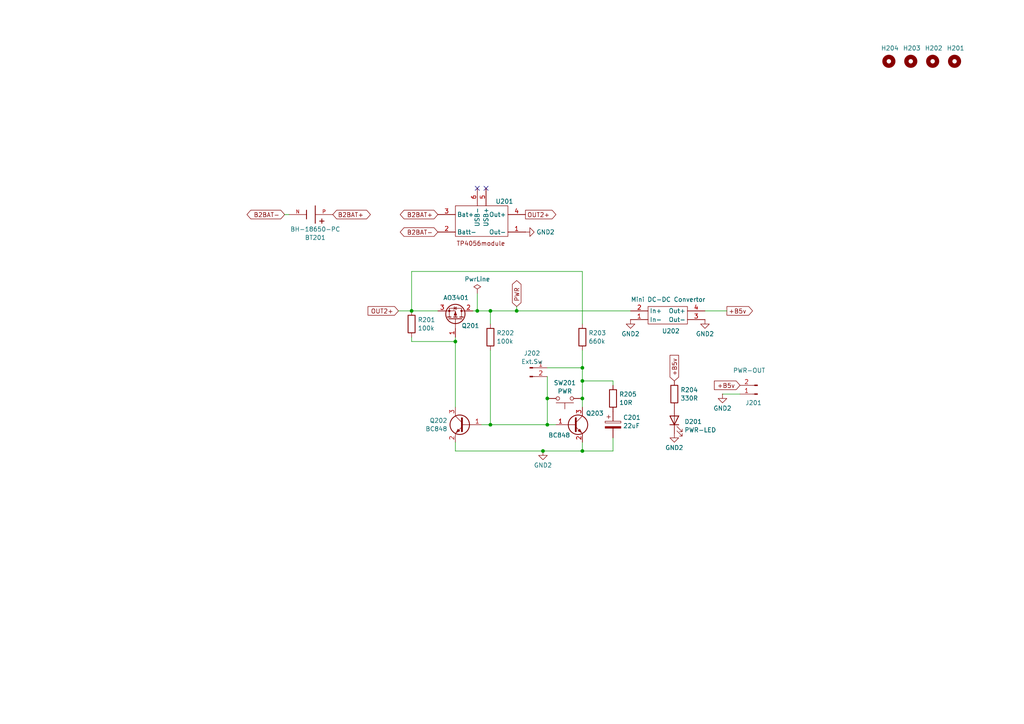
<source format=kicad_sch>
(kicad_sch (version 20250114) (generator "eeschema") (generator_version "9.0")
  (paper "A4")
  (title_block (title "handheldAerosolSensor") (date "2026-02-14") (rev "1") (company "By Willem Aandewiel"))
  (lib_symbols
    (symbol "Connector:Conn_01x02_Pin" (pin_names (offset 1.016) (hide yes))
      (property "Reference" "J" (at 0 2.54 0))
      (property "Value" "Conn_01x02_Pin" (at 0 -5.08 0))
      (symbol "Conn_01x02_Pin_1_1"
        (rectangle (start 0.8636 0.127) (end 0 -0.127) (stroke (width 0.1524)) (fill (type outline)))
        (rectangle (start 0.8636 -2.413) (end 0 -2.667) (stroke (width 0.1524)) (fill (type outline)))
        (polyline (pts (xy 1.27 0) (xy 0.8636 0)) (stroke (width 0.1524)))
        (polyline (pts (xy 1.27 -2.54) (xy 0.8636 -2.54)) (stroke (width 0.1524)))
        (pin passive line (at 5.08 0 180) (length 3.81) (name "Pin_1") (number "1"))
        (pin passive line (at 5.08 -2.54 180) (length 3.81) (name "Pin_2") (number "2"))
      )
    )
    (symbol "Device:C_Polarized" (pin_numbers (hide yes)) (pin_names (offset 0.254))
      (property "Reference" "C" (at 0.635 2.54 0))
      (property "Value" "C_Polarized" (at 0.635 -2.54 0))
      (symbol "C_Polarized_0_1"
        (rectangle (start -2.286 0.508) (end 2.286 1.016))
        (polyline (pts (xy -1.778 2.286) (xy -0.762 2.286)))
        (polyline (pts (xy -1.27 2.794) (xy -1.27 1.778)))
        (rectangle (start 2.286 -0.508) (end -2.286 -1.016) (fill (type outline)))
      )
      (symbol "C_Polarized_1_1"
        (pin passive line (at 0 3.81 270) (length 2.794) (name "~") (number "1"))
        (pin passive line (at 0 -3.81 90) (length 2.794) (name "~") (number "2"))
      )
    )
    (symbol "Device:LED" (pin_numbers (hide yes)) (pin_names (offset 1.016) (hide yes))
      (property "Reference" "D" (at 0 2.54 0))
      (property "Value" "LED" (at 0 -2.54 0))
      (symbol "LED_0_1"
        (polyline (pts (xy -3.048 -0.762) (xy -4.572 -2.286) (xy -3.81 -2.286) (xy -4.572 -2.286) (xy -4.572 -1.524)))
        (polyline (pts (xy -1.778 -0.762) (xy -3.302 -2.286) (xy -2.54 -2.286) (xy -3.302 -2.286) (xy -3.302 -1.524)))
        (polyline (pts (xy -1.27 0) (xy 1.27 0)))
        (polyline (pts (xy -1.27 -1.27) (xy -1.27 1.27)) (stroke (width 0.254)))
        (polyline (pts (xy 1.27 -1.27) (xy 1.27 1.27) (xy -1.27 0) (xy 1.27 -1.27)) (stroke (width 0.254)))
      )
      (symbol "LED_1_1"
        (pin passive line (at -3.81 0 0) (length 2.54) (name "K") (number "1"))
        (pin passive line (at 3.81 0 180) (length 2.54) (name "A") (number "2"))
      )
    )
    (symbol "Device:R" (pin_numbers (hide yes)) (pin_names (offset 0))
      (property "Reference" "R" (at 2.032 0 90))
      (property "Value" "R" (at 0 0 90))
      (symbol "R_0_1"
        (rectangle (start -1.016 -2.54) (end 1.016 2.54) (stroke (width 0.254)))
      )
      (symbol "R_1_1"
        (pin passive line (at 0 3.81 270) (length 1.27) (name "~") (number "1"))
        (pin passive line (at 0 -3.81 90) (length 1.27) (name "~") (number "2"))
      )
    )
    (symbol "Mechanical:MountingHole" (pin_names (offset 1.016)) (in_bom no)
      (property "Reference" "H" (at 0 5.08 0))
      (property "Value" "MountingHole" (at 0 3.175 0))
      (symbol "MountingHole_0_1"
        (circle (center 0 0) (radius 1.27) (stroke (width 1.27)))
      )
    )
    (symbol "MyNewLibrary:BH-18650-PC" (pin_names (offset 1.016))
      (property "Reference" "BT" (at -3.81 3.81 0))
      (property "Value" "BH-18650-PC" (at -3.81 -5.08 0))
      (symbol "BH-18650-PC_0_0"
        (polyline (pts (xy -5.08 1.905) (xy -3.81 1.905)) (stroke (width 0.254)))
        (polyline (pts (xy -4.445 2.54) (xy -4.445 1.27)) (stroke (width 0.254)))
        (polyline (pts (xy -2.54 2.54) (xy -2.54 -2.54)) (stroke (width 0.254)))
        (polyline (pts (xy 0 1.27) (xy 0 -1.27)) (stroke (width 0.254)))
        (pin passive line (at -7.62 0 0) (length 5.08) (name "~") (number "P"))
        (pin passive line (at 5.08 0 180) (length 5.08) (name "~") (number "N"))
      )
    )
    (symbol "MyNewLibrary:Mini_DC-DC_Boost_Convertor"
      (property "Reference" "U" (at -1.016 3.81 0))
      (symbol "Mini_DC-DC_Boost_Convertor_0_1"
        (rectangle (start -6.35 2.54) (end 5.08 -2.54))
      )
      (symbol "Mini_DC-DC_Boost_Convertor_1_1"
        (pin power_in line (at -11.43 1.27 0) (length 5.08) (name "In-") (number "1"))
        (pin power_in line (at -11.43 -1.27 0) (length 5.08) (name "In+") (number "2"))
        (pin power_out line (at 10.16 1.27 180) (length 5.08) (name "Out-") (number "3"))
        (pin power_out line (at 10.16 -1.27 180) (length 5.08) (name "Out+") (number "4"))
      )
    )
    (symbol "MyNewLibrary:TP4056module"
      (property "Reference" "U" (at 5.334 -6.604 0))
      (symbol "TP4056module_0_1"
        (rectangle (start -7.62 3.81) (end 7.62 -5.08))
      )
      (symbol "TP4056module_1_1"
        (text "TP4056module" (at 0.254 5.842 0) (effects (font (size 1.27 1.27))))
        (pin power_out line (at -12.7 2.54 0) (length 5.08) (name "Out-") (number "1"))
        (pin power_out line (at -12.7 -2.54 0) (length 5.08) (name "Out+") (number "4"))
        (pin unspecified line (at -1.27 -10.16 90) (length 5.08) (name "USB+") (number "5"))
        (pin unspecified line (at 1.27 -10.16 90) (length 5.08) (name "USB-") (number "6"))
        (pin power_in line (at 12.7 2.54 180) (length 5.08) (name "Batt-") (number "2"))
        (pin power_in line (at 12.7 -2.54 180) (length 5.08) (name "Bat+") (number "3"))
      )
    )
    (symbol "Switch:SW_Push" (pin_numbers (hide yes)) (pin_names (offset 1.016) (hide yes))
      (property "Reference" "SW" (at 1.27 2.54 0))
      (property "Value" "SW_Push" (at 0 -1.524 0))
      (symbol "SW_Push_0_1"
        (circle (center -2.032 0) (radius 0.508))
        (polyline (pts (xy 0 1.27) (xy 0 3.048)))
        (circle (center 2.032 0) (radius 0.508))
        (polyline (pts (xy 2.54 1.27) (xy -2.54 1.27)))
        (pin passive line (at -5.08 0 0) (length 2.54) (name "1") (number "1"))
        (pin passive line (at 5.08 0 180) (length 2.54) (name "2") (number "2"))
      )
    )
    (symbol "Transistor_BJT:BC848" (pin_names (offset 0) (hide yes))
      (property "Reference" "Q" (at 5.08 1.905 0))
      (property "Value" "BC848" (at 5.08 0 0))
      (symbol "BC848_0_1"
        (polyline (pts (xy -2.54 0) (xy 0.635 0)))
        (polyline (pts (xy 0.635 1.905) (xy 0.635 -1.905)) (stroke (width 0.508)))
        (circle (center 1.27 0) (radius 2.8194) (stroke (width 0.254)))
      )
      (symbol "BC848_1_1"
        (polyline (pts (xy 0.635 0.635) (xy 2.54 2.54)))
        (polyline (pts (xy 0.635 -0.635) (xy 2.54 -2.54)))
        (polyline (pts (xy 1.27 -1.778) (xy 1.778 -1.27) (xy 2.286 -2.286) (xy 1.27 -1.778)) (fill (type outline)))
        (pin input line (at -5.08 0 0) (length 2.54) (name "B") (number "1"))
        (pin passive line (at 2.54 5.08 270) (length 2.54) (name "C") (number "3"))
        (pin passive line (at 2.54 -5.08 90) (length 2.54) (name "E") (number "2"))
      )
    )
    (symbol "Transistor_FET:IRF4905" (pin_names (hide yes))
      (property "Reference" "Q" (at 5.08 1.905 0))
      (property "Value" "IRF4905" (at 5.08 0 0))
      (symbol "IRF4905_0_1"
        (polyline (pts (xy 0.254 1.905) (xy 0.254 -1.905)) (stroke (width 0.254)))
        (polyline (pts (xy 0.254 0) (xy -2.54 0)))
        (polyline (pts (xy 0.762 2.286) (xy 0.762 1.27)) (stroke (width 0.254)))
        (polyline (pts (xy 0.762 1.778) (xy 3.302 1.778) (xy 3.302 -1.778) (xy 0.762 -1.778)))
        (polyline (pts (xy 0.762 0.508) (xy 0.762 -0.508)) (stroke (width 0.254)))
        (polyline (pts (xy 0.762 -1.27) (xy 0.762 -2.286)) (stroke (width 0.254)))
        (circle (center 1.651 0) (radius 2.794) (stroke (width 0.254)))
        (polyline (pts (xy 2.286 0) (xy 1.27 0.381) (xy 1.27 -0.381) (xy 2.286 0)) (fill (type outline)))
        (polyline (pts (xy 2.54 2.54) (xy 2.54 1.778)))
        (circle (center 2.54 1.778) (radius 0.254) (fill (type outline)))
        (circle (center 2.54 -1.778) (radius 0.254) (fill (type outline)))
        (polyline (pts (xy 2.54 -2.54) (xy 2.54 0) (xy 0.762 0)))
        (polyline (pts (xy 2.794 -0.508) (xy 2.921 -0.381) (xy 3.683 -0.381) (xy 3.81 -0.254)))
        (polyline (pts (xy 3.302 -0.381) (xy 2.921 0.254) (xy 3.683 0.254) (xy 3.302 -0.381)))
      )
      (symbol "IRF4905_1_1"
        (pin input line (at -5.08 0 0) (length 2.54) (name "G") (number "1"))
        (pin passive line (at 2.54 5.08 270) (length 2.54) (name "D") (number "2"))
        (pin passive line (at 2.54 -5.08 90) (length 2.54) (name "S") (number "3"))
      )
    )
    (symbol "power:GND" (power) (pin_numbers (hide yes)) (pin_names (offset 0) (hide yes))
      (property "Value" "GND" (at 0 -3.81 0))
      (symbol "GND_0_1"
        (polyline (pts (xy 0 0) (xy 0 -1.27) (xy 1.27 -1.27) (xy 0 -2.54) (xy -1.27 -1.27) (xy 0 -1.27)))
      )
      (symbol "GND_1_1"
        (pin power_in line (at 0 0 270) (length 0) (name "~") (number "1"))
      )
    )
    (symbol "power:PWR_FLAG" (power) (pin_numbers (hide yes)) (pin_names (offset 0) (hide yes))
      (property "Value" "PWR_FLAG" (at 0 3.81 0))
      (symbol "PWR_FLAG_0_0"
        (pin power_out line (at 0 0 90) (length 0) (name "~") (number "1"))
      )
      (symbol "PWR_FLAG_0_1"
        (polyline (pts (xy 0 0) (xy 0 1.27) (xy -1.016 1.905) (xy 0 2.54) (xy 1.016 1.905) (xy 0 1.27)))
      )
    )
  )
  (junction (at 132.08 99.06))
  (junction (at 157.48 130.81))
  (junction (at 168.91 115.57))
  (junction (at 149.86 90.17))
  (junction (at 138.43 90.17))
  (junction (at 168.91 106.68))
  (junction (at 158.75 115.57))
  (junction (at 158.75 123.19))
  (junction (at 168.91 110.49))
  (junction (at 142.24 123.19))
  (junction (at 119.38 90.17))
  (junction (at 142.24 90.17))
  (junction (at 168.91 130.81))
  (no_connect (at 140.97 54.61))
  (no_connect (at 138.43 54.61))
  (wire (pts (xy 82.55 62.23) (xy 83.82 62.23)))
  (wire (pts (xy 119.38 97.79) (xy 119.38 99.06)))
  (wire (pts (xy 142.24 90.17) (xy 149.86 90.17)))
  (wire (pts (xy 168.91 110.49) (xy 177.8 110.49)))
  (wire (pts (xy 158.75 106.68) (xy 168.91 106.68)))
  (wire (pts (xy 132.08 130.81) (xy 132.08 128.27)))
  (wire (pts (xy 119.38 90.17) (xy 127 90.17)))
  (wire (pts (xy 168.91 101.6) (xy 168.91 106.68)))
  (wire (pts (xy 168.91 110.49) (xy 168.91 115.57)))
  (wire (pts (xy 149.86 90.17) (xy 182.88 90.17)))
  (wire (pts (xy 119.38 90.17) (xy 119.38 78.74)))
  (wire (pts (xy 168.91 115.57) (xy 168.91 118.11)))
  (wire (pts (xy 177.8 110.49) (xy 177.8 111.76)))
  (wire (pts (xy 139.7 123.19) (xy 142.24 123.19)))
  (wire (pts (xy 115.57 90.17) (xy 119.38 90.17)))
  (wire (pts (xy 138.43 85.09) (xy 138.43 90.17)))
  (wire (pts (xy 142.24 93.98) (xy 142.24 90.17)))
  (wire (pts (xy 158.75 109.22) (xy 158.75 115.57)))
  (wire (pts (xy 137.16 90.17) (xy 138.43 90.17)))
  (wire (pts (xy 204.47 90.17) (xy 210.82 90.17)))
  (wire (pts (xy 209.55 114.3) (xy 214.63 114.3)))
  (wire (pts (xy 119.38 78.74) (xy 168.91 78.74)))
  (wire (pts (xy 158.75 123.19) (xy 161.29 123.19)))
  (wire (pts (xy 132.08 99.06) (xy 132.08 97.79)))
  (wire (pts (xy 168.91 130.81) (xy 157.48 130.81)))
  (wire (pts (xy 142.24 101.6) (xy 142.24 123.19)))
  (wire (pts (xy 149.86 88.9) (xy 149.86 90.17)))
  (wire (pts (xy 132.08 99.06) (xy 132.08 118.11)))
  (wire (pts (xy 177.8 130.81) (xy 168.91 130.81)))
  (wire (pts (xy 119.38 99.06) (xy 132.08 99.06)))
  (wire (pts (xy 168.91 106.68) (xy 168.91 110.49)))
  (wire (pts (xy 142.24 123.19) (xy 158.75 123.19)))
  (wire (pts (xy 168.91 128.27) (xy 168.91 130.81)))
  (wire (pts (xy 138.43 90.17) (xy 142.24 90.17)))
  (wire (pts (xy 157.48 130.81) (xy 132.08 130.81)))
  (wire (pts (xy 177.8 127) (xy 177.8 130.81)))
  (wire (pts (xy 168.91 78.74) (xy 168.91 93.98)))
  (wire (pts (xy 158.75 115.57) (xy 158.75 123.19)))
  (global_label "B2BAT+" (shape bidirectional) (at 96.52 62.23 0) (property "Intersheetrefs" "${INTERSHEET_REFS}" (effects (hide yes))))
  (global_label "OUT2+" (shape output) (at 152.4 62.23 0) (property "Intersheetrefs" "${INTERSHEET_REFS}" (effects (hide yes))))
  (global_label "B2BAT-" (shape bidirectional) (at 82.55 62.23 180) (property "Intersheetrefs" "${INTERSHEET_REFS}" (effects (hide yes))))
  (global_label "B2BAT+" (shape bidirectional) (at 127 62.23 180) (property "Intersheetrefs" "${INTERSHEET_REFS}" (effects (hide yes))))
  (global_label "PWR" (shape bidirectional) (at 149.86 88.9 90) (property "Intersheetrefs" "${INTERSHEET_REFS}" (effects (hide yes))))
  (global_label "B2BAT-" (shape bidirectional) (at 127 67.31 180) (property "Intersheetrefs" "${INTERSHEET_REFS}" (effects (hide yes))))
  (global_label "+B5v" (shape input) (at 195.58 110.49 90) (property "Intersheetrefs" "${INTERSHEET_REFS}" (effects (hide yes))))
  (global_label "+B5v" (shape output) (at 210.82 90.17 0) (property "Intersheetrefs" "${INTERSHEET_REFS}" (effects (hide yes))))
  (global_label "+B5v" (shape input) (at 214.63 111.76 180) (property "Intersheetrefs" "${INTERSHEET_REFS}" (effects (hide yes))))
  (global_label "OUT2+" (shape input) (at 115.57 90.17 180) (property "Intersheetrefs" "${INTERSHEET_REFS}" (effects (hide yes))))
  (symbol (lib_id "power:PWR_FLAG") (at 138.43 85.09 0) (unit 1)
    (property "Reference" "#FLG0201" (effects (hide yes)))
    (property "Value" "PwrLine" (at 138.43 80.9569 0))
    (property "Description" "Special symbol for telling ERC where power comes from" (effects (hide yes)))
  )
  (symbol (lib_id "Connector:Conn_01x02_Pin") (at 219.71 114.3 180) (unit 1)
    (property "Reference" "J201" (at 216.154 116.84 0) (effects (justify right)))
    (property "Value" "PWR-OUT" (at 212.598 107.442 0) (effects (justify right)))
    (property "Footprint" "Connector_JST:JST_XH_B2B-XH-A_1x02_P2.50mm_Vertical" (effects (hide yes)))
    (property "Description" "Generic connector, single row, 01x02, script generated" (effects (hide yes)))
  )
  (symbol (lib_id "power:GND") (at 209.55 114.3 0) (unit 1)
    (property "Reference" "#PWR0204" (effects (hide yes)))
    (property "Value" "GND2" (at 209.55 118.4331 0))
    (property "Description" "Power symbol creates a global label with name \"GND\" , ground" (effects (hide yes)))
  )
  (symbol (lib_id "Device:R") (at 168.91 97.79 0) (unit 1)
    (property "Reference" "R203" (at 170.688 96.5778 0) (effects (justify left)))
    (property "Value" "660k" (at 170.688 99.0021 0) (effects (justify left)))
    (property "Footprint" "Resistor_SMD:R_1206_3216Metric_Pad1.30x1.75mm_HandSolder" (effects (hide yes)))
    (property "Description" "Resistor" (effects (hide yes)))
  )
  (symbol (lib_id "Transistor_BJT:BC848") (at 166.37 123.19 0) (unit 1)
    (property "Reference" "Q203" (at 169.926 119.888 0) (effects (justify left)))
    (property "Value" "BC848" (at 159.004 126.238 0) (effects (justify left)))
    (property "Footprint" "Package_TO_SOT_SMD:SOT-23" (effects (hide yes)))
    (property "Datasheet" "http://www.infineon.com/dgdl/Infineon-BC847SERIES_BC848SERIES_BC849SERIES_BC850SERIES-DS-v01_01-en.pdf?fileId=db3a304314dca389011541d4630a1657" (effects (hide yes)))
    (property "Description" "0.1A Ic, 30V Vce, NPN Transistor, SOT-23" (effects (hide yes)))
    (property "Sim.Device" "NPN" (effects (hide yes)))
    (property "Sim.Pins" "1=B 2=E 3=C" (effects (hide yes)))
  )
  (symbol (lib_id "Mechanical:MountingHole") (at 276.86 17.78 0) (unit 1) (in_bom no)
    (property "Reference" "H201" (at 274.574 13.97 0) (effects (justify left)))
    (property "Value" "MountingHole" (effects (hide yes)))
    (property "Footprint" "MountingHole:MountingHole_2.5mm" (effects (hide yes)))
    (property "Description" "Mounting Hole without connection" (effects (hide yes)))
  )
  (symbol (lib_id "Device:R") (at 142.24 97.79 0) (unit 1)
    (property "Reference" "R202" (at 144.018 96.5778 0) (effects (justify left)))
    (property "Value" "100k" (at 144.018 99.0021 0) (effects (justify left)))
    (property "Footprint" "Resistor_SMD:R_1206_3216Metric_Pad1.30x1.75mm_HandSolder" (effects (hide yes)))
    (property "Description" "Resistor" (effects (hide yes)))
  )
  (symbol (lib_id "Device:LED") (at 195.58 121.92 90) (unit 1)
    (property "Reference" "D201" (at 198.501 122.2953 90) (effects (justify right)))
    (property "Value" "PWR-LED" (at 198.501 124.7196 90) (effects (justify right)))
    (property "Footprint" "LED_SMD:LED_1206_3216Metric_Pad1.42x1.75mm_HandSolder" (effects (hide yes)))
    (property "Description" "Light emitting diode" (effects (hide yes)))
    (property "Sim.Pins" "1=K 2=A" (effects (hide yes)))
  )
  (symbol (lib_id "Device:R") (at 119.38 93.98 0) (unit 1)
    (property "Reference" "R201" (at 121.158 92.7678 0) (effects (justify left)))
    (property "Value" "100k" (at 121.158 95.1921 0) (effects (justify left)))
    (property "Footprint" "Resistor_SMD:R_1206_3216Metric_Pad1.30x1.75mm_HandSolder" (effects (hide yes)))
    (property "Description" "Resistor" (effects (hide yes)))
  )
  (symbol (lib_id "Transistor_BJT:BC848") (at 134.62 123.19 0) (mirror y) (unit 1)
    (property "Reference" "Q202" (at 129.7686 121.9778 0) (effects (justify left)))
    (property "Value" "BC848" (at 129.7686 124.4021 0) (effects (justify left)))
    (property "Footprint" "Package_TO_SOT_SMD:SOT-23" (effects (hide yes)))
    (property "Datasheet" "http://www.infineon.com/dgdl/Infineon-BC847SERIES_BC848SERIES_BC849SERIES_BC850SERIES-DS-v01_01-en.pdf?fileId=db3a304314dca389011541d4630a1657" (effects (hide yes)))
    (property "Description" "0.1A Ic, 30V Vce, NPN Transistor, SOT-23" (effects (hide yes)))
    (property "Sim.Device" "NPN" (effects (hide yes)))
    (property "Sim.Pins" "1=B 2=E 3=C" (effects (hide yes)))
  )
  (symbol (lib_id "Mechanical:MountingHole") (at 270.51 17.78 0) (unit 1) (in_bom no)
    (property "Reference" "H202" (at 268.224 13.97 0) (effects (justify left)))
    (property "Value" "MountingHole" (effects (hide yes)))
    (property "Footprint" "MountingHole:MountingHole_2.5mm" (effects (hide yes)))
    (property "Description" "Mounting Hole without connection" (effects (hide yes)))
  )
  (symbol (lib_id "power:GND") (at 195.58 125.73 0) (unit 1)
    (property "Reference" "#PWR0206" (effects (hide yes)))
    (property "Value" "GND2" (at 195.58 129.8631 0))
    (property "Description" "Power symbol creates a global label with name \"GND\" , ground" (effects (hide yes)))
  )
  (symbol (lib_id "Device:C_Polarized") (at 177.8 123.19 0) (unit 1)
    (property "Reference" "C201" (at 180.721 121.0888 0) (effects (justify left)))
    (property "Value" "22uF" (at 180.721 123.5131 0) (effects (justify left)))
    (property "Footprint" "Capacitor_SMD:C_1206_3216Metric_Pad1.33x1.80mm_HandSolder" (effects (hide yes)))
    (property "Description" "Polarized capacitor" (effects (hide yes)))
  )
  (symbol (lib_id "power:GND") (at 204.47 92.71 0) (unit 1)
    (property "Reference" "#PWR0203" (effects (hide yes)))
    (property "Value" "GND2" (at 204.47 96.8431 0))
    (property "Description" "Power symbol creates a global label with name \"GND\" , ground" (effects (hide yes)))
  )
  (symbol (lib_id "Device:R") (at 177.8 115.57 0) (unit 1)
    (property "Reference" "R205" (at 179.578 114.3578 0) (effects (justify left)))
    (property "Value" "10R" (at 179.578 116.7821 0) (effects (justify left)))
    (property "Footprint" "Resistor_SMD:R_1206_3216Metric_Pad1.30x1.75mm_HandSolder" (effects (hide yes)))
    (property "Description" "Resistor" (effects (hide yes)))
  )
  (symbol (lib_id "MyNewLibrary:BH-18650-PC") (at 88.9 62.23 180) (unit 1)
    (property "Reference" "BT201" (at 91.44 68.9145 0))
    (property "Value" "BH-18650-PC" (at 91.44 66.4902 0))
    (property "Footprint" "MyNewLibrary:BAT_BH-18650-PC" (effects (hide yes)))
    (property "MF" "MPD (Memory Protection Devices)" (effects (hide yes)))
    (property "MAXIMUM_PACKAGE_HEIGHT" "21.31mm" (effects (hide yes)))
    (property "Package" "None" (effects (hide yes)))
    (property "Price" "None" (effects (hide yes)))
    (property "Check_prices" "https://www.snapeda.com/parts/BH-18650-PC/MPD/view-part/?ref=eda" (effects (hide yes)))
    (property "STANDARD" "Manufacturer Recommendation" (effects (hide yes)))
    (property "PARTREV" "05/17/19" (effects (hide yes)))
    (property "SnapEDA_Link" "https://www.snapeda.com/parts/BH-18650-PC/MPD/view-part/?ref=snap" (effects (hide yes)))
    (property "MP" "BH-18650-PC" (effects (hide yes)))
    (property "Description_1" "Battery Holder (Open) 18650 1 Cell PC Pin" (effects (hide yes)))
    (property "Availability" "In Stock" (effects (hide yes)))
    (property "MANUFACTURER" "MPD" (effects (hide yes)))
  )
  (symbol (lib_id "Switch:SW_Push") (at 163.83 115.57 180) (unit 1)
    (property "Reference" "SW201" (at 163.83 111.0445 0))
    (property "Value" "PWR" (at 163.83 113.4688 0))
    (property "Footprint" "Button_Switch_THT:SW_PUSH_6mm_H4.3mm" (effects (hide yes)))
    (property "Description" "Push button switch, generic, two pins" (effects (hide yes)))
  )
  (symbol (lib_id "power:GND") (at 182.88 92.71 0) (unit 1)
    (property "Reference" "#PWR0202" (effects (hide yes)))
    (property "Value" "GND2" (at 182.88 96.8431 0))
    (property "Description" "Power symbol creates a global label with name \"GND\" , ground" (effects (hide yes)))
  )
  (symbol (lib_id "Transistor_FET:IRF4905") (at 132.08 92.71 270) (mirror x) (unit 1)
    (property "Reference" "Q201" (at 133.858 94.488 90) (effects (justify left)))
    (property "Value" "AO3401" (at 128.524 86.36 90) (effects (justify left)))
    (property "Footprint" "Package_TO_SOT_SMD:SOT-23" (effects (hide yes)))
    (property "Datasheet" "http://www.infineon.com/dgdl/irf4905.pdf?fileId=5546d462533600a4015355e32165197c" (effects (hide yes)))
    (property "Description" "-74A Id, -55V Vds, Single P-Channel HEXFET Power MOSFET, 20mOhm Ron, TO-220AB" (effects (hide yes)))
  )
  (symbol (lib_id "MyNewLibrary:Mini_DC-DC_Boost_Convertor") (at 194.31 91.44 0) (mirror x) (unit 1)
    (property "Reference" "U202" (at 194.564 96.012 0))
    (property "Value" "Mini DC-DC Convertor" (at 193.802 86.868 0))
    (property "Footprint" "MyNewLibrary:Mini DC-DC Boost Convertor" (effects (hide yes)))
  )
  (symbol (lib_id "Device:R") (at 195.58 114.3 0) (unit 1)
    (property "Reference" "R204" (at 197.358 113.0878 0) (effects (justify left)))
    (property "Value" "330R" (at 197.358 115.5121 0) (effects (justify left)))
    (property "Footprint" "Resistor_SMD:R_1206_3216Metric_Pad1.30x1.75mm_HandSolder" (effects (hide yes)))
    (property "Description" "Resistor" (effects (hide yes)))
  )
  (symbol (lib_id "Mechanical:MountingHole") (at 264.16 17.78 0) (unit 1) (in_bom no)
    (property "Reference" "H203" (at 261.874 13.97 0) (effects (justify left)))
    (property "Value" "MountingHole" (effects (hide yes)))
    (property "Footprint" "MountingHole:MountingHole_2.5mm" (effects (hide yes)))
    (property "Description" "Mounting Hole without connection" (effects (hide yes)))
  )
  (symbol (lib_id "Connector:Conn_01x02_Pin") (at 153.67 106.68 0) (unit 1)
    (property "Reference" "J202" (at 154.305 102.4593 0))
    (property "Value" "Ext.Sw" (at 154.305 104.8836 0))
    (property "Footprint" "Connector_JST:JST_XH_B2B-XH-A_1x02_P2.50mm_Vertical" (effects (hide yes)))
    (property "Description" "Generic connector, single row, 01x02, script generated" (effects (hide yes)))
  )
  (symbol (lib_id "MyNewLibrary:TP4056module") (at 139.7 64.77 180) (unit 1)
    (property "Reference" "U201" (at 146.304 58.42 0))
    (property "Footprint" "MyNewLibrary:TP4056_USB-Charger_Board" (effects (hide yes)))
  )
  (symbol (lib_id "power:GND") (at 152.4 67.31 90) (unit 1)
    (property "Reference" "#PWR0201" (effects (hide yes)))
    (property "Value" "GND2" (at 155.575 67.31 90) (effects (justify right)))
    (property "Description" "Power symbol creates a global label with name \"GND\" , ground" (effects (hide yes)))
  )
  (symbol (lib_id "Mechanical:MountingHole") (at 257.81 17.78 0) (unit 1) (in_bom no)
    (property "Reference" "H204" (at 255.524 13.97 0) (effects (justify left)))
    (property "Value" "MountingHole" (effects (hide yes)))
    (property "Footprint" "MountingHole:MountingHole_2.5mm" (effects (hide yes)))
    (property "Description" "Mounting Hole without connection" (effects (hide yes)))
  )
  (symbol (lib_id "power:GND") (at 157.48 130.81 0) (unit 1)
    (property "Reference" "#PWR0205" (effects (hide yes)))
    (property "Value" "GND2" (at 157.48 134.9431 0))
    (property "Description" "Power symbol creates a global label with name \"GND\" , ground" (effects (hide yes)))
  )
)
</source>
